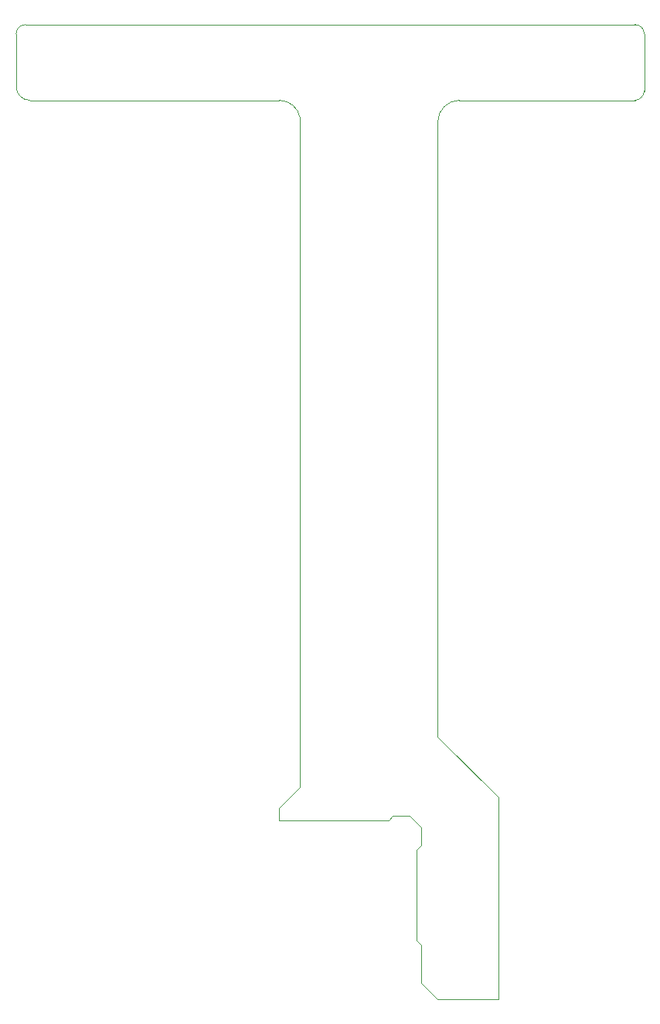
<source format=gbr>
%TF.GenerationSoftware,KiCad,Pcbnew,8.99.0-409-g72d83cd5de*%
%TF.CreationDate,2024-05-03T23:53:59-05:00*%
%TF.ProjectId,RCP-FLEX,5243502d-464c-4455-982e-6b696361645f,rev?*%
%TF.SameCoordinates,Original*%
%TF.FileFunction,Profile,NP*%
%FSLAX46Y46*%
G04 Gerber Fmt 4.6, Leading zero omitted, Abs format (unit mm)*
G04 Created by KiCad (PCBNEW 8.99.0-409-g72d83cd5de) date 2024-05-03 23:53:59*
%MOMM*%
%LPD*%
G01*
G04 APERTURE LIST*
%TA.AperFunction,Profile*%
%ADD10C,0.100000*%
%TD*%
G04 APERTURE END LIST*
D10*
X113211463Y-41126817D02*
X113210000Y-46993867D01*
X157075828Y-140297295D02*
X157074428Y-130387295D01*
X166060828Y-146735295D02*
X159317428Y-146735295D01*
X182011463Y-41127295D02*
X182011463Y-47420270D01*
X156294828Y-126694695D02*
X154466028Y-126694695D01*
X157545828Y-127947295D02*
X156294828Y-126694695D01*
X166060828Y-146735295D02*
X166060828Y-124672295D01*
X153983428Y-127177295D02*
X142035828Y-127171195D01*
X144328097Y-123511903D02*
X144326711Y-50369592D01*
X157545828Y-129917295D02*
X157545828Y-127947295D01*
X157074428Y-130387295D02*
X157545828Y-129917295D01*
X159398795Y-118010262D02*
X159398795Y-50777295D01*
X142035828Y-127171195D02*
X142035828Y-125809988D01*
X182011463Y-47420270D02*
G75*
G02*
X180991449Y-48407844I-1054963J69070D01*
G01*
X114733444Y-48410000D02*
G75*
G02*
X113209981Y-46993868I-22244J1503600D01*
G01*
X113211463Y-41127295D02*
G75*
G02*
X114211463Y-40127263I1000037J-5D01*
G01*
X166060828Y-124672295D02*
X159398795Y-118010262D01*
X157564828Y-144982695D02*
X157565828Y-140787295D01*
X157075828Y-140297295D02*
X157565828Y-140787295D01*
X161760000Y-48408752D02*
X180991447Y-48407798D01*
X159398795Y-50777295D02*
G75*
G02*
X161760000Y-48408784I2361205J7295D01*
G01*
X159317428Y-146735295D02*
X157564828Y-144982695D01*
X142007056Y-48410146D02*
G75*
G02*
X144326666Y-50369599I19644J-2329454D01*
G01*
X181011463Y-40127295D02*
G75*
G02*
X182011505Y-41127295I37J-1000005D01*
G01*
X142007056Y-48410146D02*
X114733444Y-48410000D01*
X181011463Y-40127295D02*
X114211463Y-40127295D01*
X154466028Y-126694695D02*
X153983428Y-127177295D01*
X144328097Y-123511903D02*
X142032918Y-125807082D01*
M02*

</source>
